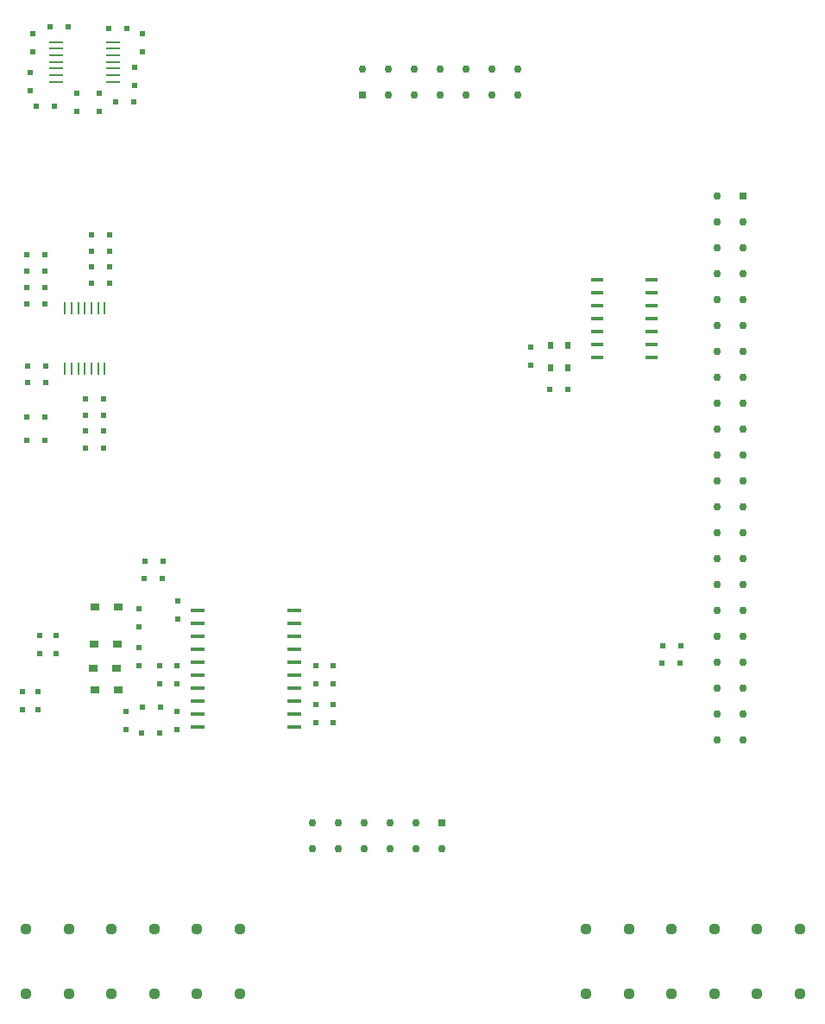
<source format=gbr>
G04 GENERATED BY PULSONIX 12.5 GERBER.DLL 9362*
G04 #@! TF.GenerationSoftware,Pulsonix,Pulsonix,12.5.9360*
G04 #@! TF.CreationDate,2023-08-16T02:30:58+04:00*
G04 #@! TF.Part,Single*
%INCOMPARATOR INTERFACE V2*%
%LNTOP PASTE MASK*%
%FSLAX35Y35*%
%LPD*%
%MOIN*%
G04 #@! TF.FileFunction,Paste,Top*
G04 #@! TF.FilePolarity,Positive*
G04 #@! TA.AperFunction,SMDPad,CuDef*
%ADD152R,0.01970X0.02360*%
%ADD153R,0.02360X0.01970*%
G04 #@! TA.AperFunction,ComponentPad*
%ADD154R,0.03000X0.03000*%
%ADD155C,0.03000*%
%ADD156C,0.04429*%
G04 #@! TA.AperFunction,SMDPad,CuDef*
%ADD157R,0.05413X0.01280*%
%ADD158R,0.05709X0.00591*%
%ADD159R,0.04626X0.01280*%
%ADD160R,0.02362X0.03150*%
%ADD161R,0.00886X0.04921*%
%ADD162R,0.03250X0.02750*%
G04 #@! TD.AperFunction*
X0Y0D02*
D02*
D152*
X16554Y1285900D03*
Y1329500D03*
Y1335700D03*
Y1342100D03*
Y1348300D03*
X16754Y1276900D03*
X16954Y1299100D03*
Y1305500D03*
X20354Y1405700D03*
X23554Y1285900D03*
Y1329500D03*
Y1335700D03*
Y1342100D03*
Y1348300D03*
X23754Y1276900D03*
X23954Y1299100D03*
Y1305500D03*
X25554Y1436300D03*
X27354Y1405700D03*
X32554Y1436300D03*
X39354Y1273900D03*
Y1280300D03*
Y1286500D03*
Y1292900D03*
X41754Y1337500D03*
Y1343700D03*
Y1349900D03*
Y1356100D03*
X46354Y1273900D03*
Y1280300D03*
Y1286500D03*
Y1292900D03*
X48154Y1435900D03*
X48754Y1337500D03*
Y1343700D03*
Y1349900D03*
Y1356100D03*
X50954Y1407500D03*
X55154Y1435900D03*
X57954Y1407500D03*
X60954Y1163700D03*
X61154Y1173700D03*
X61954Y1223500D03*
X62154Y1230100D03*
X67954Y1163700D03*
X68154Y1173700D03*
X68954Y1223500D03*
X69154Y1230100D03*
X218754Y1296300D03*
X225754D03*
X261954Y1190900D03*
X262154Y1197500D03*
X268954Y1190900D03*
X269154Y1197500D03*
D02*
D153*
X15054Y1172600D03*
Y1179600D03*
X17854Y1411800D03*
Y1418800D03*
X18854Y1426600D03*
Y1433600D03*
X20854Y1172600D03*
Y1179600D03*
X21654Y1194500D03*
Y1201500D03*
X27854Y1194500D03*
Y1201500D03*
X35854Y1403600D03*
Y1410600D03*
X44654Y1403600D03*
Y1410600D03*
X54854Y1165200D03*
Y1172200D03*
X58254Y1413600D03*
Y1420600D03*
X59854Y1189900D03*
Y1196900D03*
X60054Y1204700D03*
Y1211700D03*
X61254Y1426800D03*
Y1433800D03*
X68054Y1182800D03*
Y1189800D03*
X74454Y1182800D03*
Y1189800D03*
X74654Y1165200D03*
Y1172200D03*
X74854Y1207700D03*
Y1214700D03*
X128254Y1167700D03*
Y1174700D03*
Y1182700D03*
Y1189700D03*
X135054Y1167700D03*
Y1174700D03*
Y1182700D03*
Y1189700D03*
X211254Y1305600D03*
Y1312600D03*
D02*
D154*
X146412Y1410002D03*
X177012Y1129202D03*
X293212Y1371202D03*
D02*
D155*
X127012Y1119202D03*
Y1129202D03*
X137012Y1119202D03*
Y1129202D03*
X146412Y1420002D03*
X147012Y1119202D03*
Y1129202D03*
X156412Y1410002D03*
Y1420002D03*
X157012Y1119202D03*
Y1129202D03*
X166412Y1410002D03*
Y1420002D03*
X167012Y1119202D03*
Y1129202D03*
X176412Y1410002D03*
Y1420002D03*
X177012Y1119202D03*
X186412Y1410002D03*
Y1420002D03*
X196412Y1410002D03*
Y1420002D03*
X206412Y1410002D03*
Y1420002D03*
X283212Y1161202D03*
Y1171202D03*
Y1181202D03*
Y1191202D03*
Y1201202D03*
Y1211202D03*
Y1221202D03*
Y1231202D03*
Y1241202D03*
Y1251202D03*
Y1261202D03*
Y1271202D03*
Y1281202D03*
Y1291202D03*
Y1301202D03*
Y1311202D03*
Y1321202D03*
Y1331202D03*
Y1341202D03*
Y1351202D03*
Y1361202D03*
Y1371202D03*
X293212Y1161202D03*
Y1171202D03*
Y1181202D03*
Y1191202D03*
Y1201202D03*
Y1211202D03*
Y1221202D03*
Y1231202D03*
Y1241202D03*
Y1251202D03*
Y1261202D03*
Y1271202D03*
Y1281202D03*
Y1291202D03*
Y1301202D03*
Y1311202D03*
Y1321202D03*
Y1331202D03*
Y1341202D03*
Y1351202D03*
Y1361202D03*
D02*
D156*
X16366Y1063046D03*
Y1088046D03*
X32862Y1063046D03*
Y1088046D03*
X49358Y1063046D03*
Y1088046D03*
X65854Y1063046D03*
Y1088046D03*
X82350Y1063046D03*
Y1088046D03*
X98846Y1063046D03*
Y1088046D03*
X232662Y1063046D03*
Y1088046D03*
X249158Y1063046D03*
Y1088046D03*
X265654Y1063046D03*
Y1088046D03*
X282150Y1063046D03*
Y1088046D03*
X298646Y1063046D03*
Y1088046D03*
X315142Y1063046D03*
Y1088046D03*
D02*
D157*
X82455Y1166200D03*
Y1171200D03*
Y1176200D03*
Y1181200D03*
Y1186200D03*
Y1191200D03*
Y1196200D03*
Y1201200D03*
Y1206200D03*
Y1211200D03*
X120054Y1166200D03*
Y1171200D03*
Y1176200D03*
Y1181200D03*
Y1186200D03*
Y1191200D03*
Y1196200D03*
Y1201200D03*
Y1206200D03*
Y1211200D03*
D02*
D158*
X28054Y1415146D03*
Y1417705D03*
Y1420264D03*
Y1422823D03*
Y1425382D03*
Y1427941D03*
Y1430500D03*
X50102Y1415146D03*
Y1417705D03*
Y1420264D03*
Y1422823D03*
Y1425382D03*
Y1427941D03*
Y1430500D03*
D02*
D159*
X236824Y1308700D03*
Y1313700D03*
Y1318700D03*
Y1323700D03*
Y1328700D03*
Y1333700D03*
Y1338700D03*
X258084Y1308700D03*
Y1313700D03*
Y1318700D03*
Y1323700D03*
Y1328700D03*
Y1333700D03*
Y1338700D03*
D02*
D160*
X218855Y1304839D03*
Y1313500D03*
X225548D03*
X225747Y1304839D03*
D02*
D161*
X31377Y1304533D03*
Y1327667D03*
X33936Y1304533D03*
Y1327667D03*
X36495Y1304533D03*
Y1327667D03*
X39054Y1304533D03*
Y1327667D03*
X41613Y1304533D03*
Y1327667D03*
X44172Y1304533D03*
Y1327667D03*
X46731Y1304533D03*
Y1327667D03*
D02*
D162*
X42354Y1188900D03*
X42754Y1198100D03*
X42954Y1180300D03*
Y1212300D03*
X51354Y1188900D03*
X51754Y1198100D03*
X51954Y1180300D03*
Y1212300D03*
X0Y0D02*
M02*

</source>
